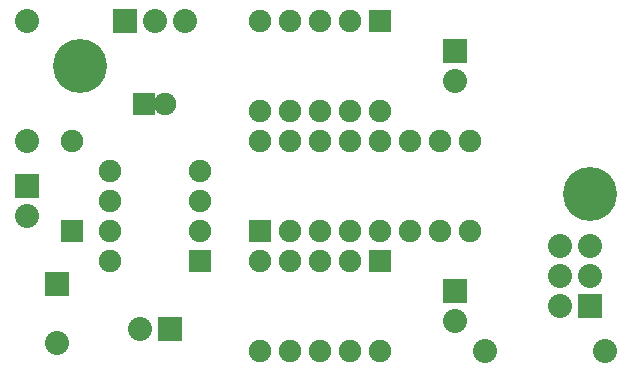
<source format=gbs>
G04 (created by PCBNEW (2013-mar-13)-testing) date Sat 11 May 2013 09:23:07 PM PDT*
%MOIN*%
G04 Gerber Fmt 3.4, Leading zero omitted, Abs format*
%FSLAX34Y34*%
G01*
G70*
G90*
G04 APERTURE LIST*
%ADD10C,0.000787*%
%ADD11R,0.075000X0.075000*%
%ADD12C,0.075000*%
%ADD13R,0.080000X0.080000*%
%ADD14C,0.080000*%
%ADD15C,0.180000*%
G04 APERTURE END LIST*
G54D10*
G54D11*
X84250Y-36500D03*
G54D12*
X84250Y-33500D03*
G54D13*
X87500Y-39750D03*
G54D14*
X86500Y-39750D03*
G54D11*
X86645Y-32250D03*
G54D12*
X87354Y-32250D03*
G54D15*
X101500Y-35250D03*
G54D13*
X83750Y-38265D03*
G54D14*
X83750Y-40234D03*
G54D15*
X84500Y-31000D03*
G54D11*
X90500Y-36500D03*
G54D12*
X91500Y-36500D03*
X92500Y-36500D03*
X93500Y-36500D03*
X94500Y-36500D03*
X95500Y-36500D03*
X96500Y-36500D03*
X97500Y-36500D03*
X97500Y-33500D03*
X96500Y-33500D03*
X95500Y-33500D03*
X94500Y-33500D03*
X93500Y-33500D03*
X92500Y-33500D03*
X91500Y-33500D03*
X90500Y-33500D03*
G54D11*
X94500Y-29500D03*
G54D12*
X93500Y-29500D03*
X92500Y-29500D03*
X91500Y-29500D03*
X90500Y-29500D03*
X90500Y-32500D03*
X91500Y-32500D03*
X92500Y-32500D03*
X93500Y-32500D03*
X94500Y-32500D03*
G54D11*
X94500Y-37500D03*
G54D12*
X93500Y-37500D03*
X92500Y-37500D03*
X91500Y-37500D03*
X90500Y-37500D03*
X90500Y-40500D03*
X91500Y-40500D03*
X92500Y-40500D03*
X93500Y-40500D03*
X94500Y-40500D03*
G54D14*
X82750Y-33500D03*
X82750Y-29500D03*
X102000Y-40500D03*
X98000Y-40500D03*
G54D11*
X88500Y-37500D03*
G54D12*
X88500Y-36500D03*
X88500Y-35500D03*
X88500Y-34500D03*
X85500Y-34500D03*
X85500Y-35500D03*
X85500Y-36500D03*
X85500Y-37500D03*
G54D13*
X82750Y-35000D03*
G54D14*
X82750Y-36000D03*
G54D13*
X97000Y-38500D03*
G54D14*
X97000Y-39500D03*
G54D13*
X97000Y-30500D03*
G54D14*
X97000Y-31500D03*
G54D13*
X86000Y-29500D03*
G54D14*
X87000Y-29500D03*
X88000Y-29500D03*
G54D13*
X101500Y-39000D03*
G54D14*
X100500Y-39000D03*
X101500Y-38000D03*
X100500Y-38000D03*
X101500Y-37000D03*
X100500Y-37000D03*
M02*

</source>
